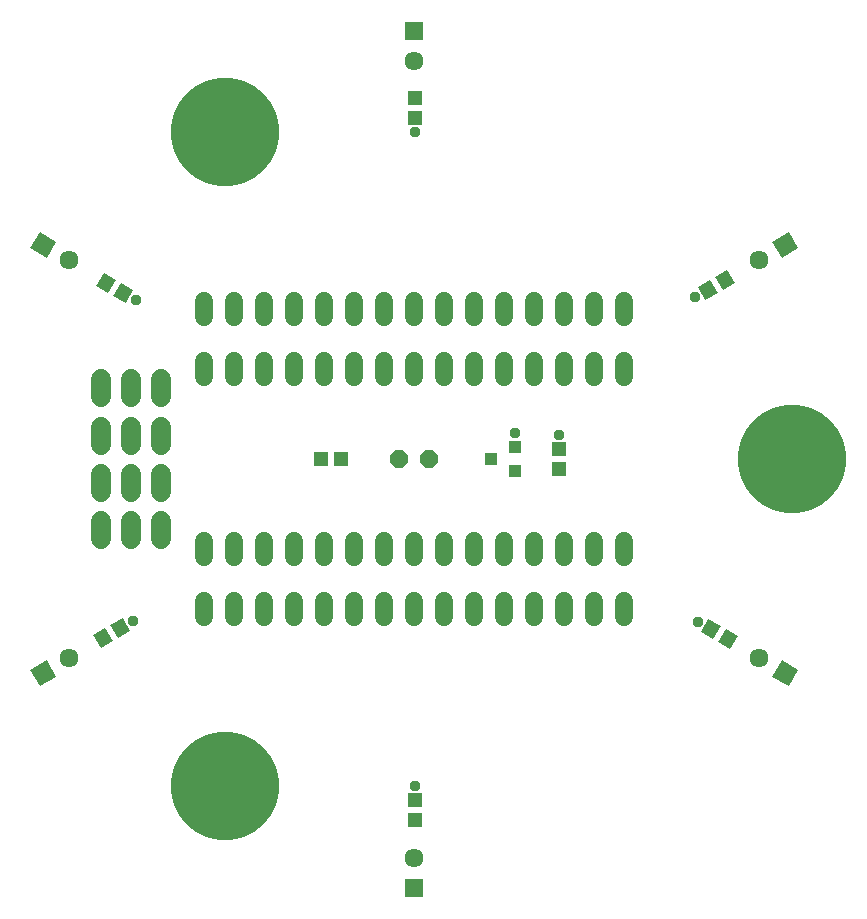
<source format=gbr>
G04 EAGLE Gerber RS-274X export*
G75*
%MOMM*%
%FSLAX34Y34*%
%LPD*%
%INSoldermask Top*%
%IPPOS*%
%AMOC8*
5,1,8,0,0,1.08239X$1,22.5*%
G01*
%ADD10P,1.649562X8X22.500000*%
%ADD11R,1.203200X1.303200*%
%ADD12R,1.303200X1.203200*%
%ADD13C,1.524000*%
%ADD14C,1.727200*%
%ADD15R,1.103200X1.003200*%
%ADD16R,1.611200X1.611200*%
%ADD17C,1.611200*%
%ADD18R,1.611200X1.611200*%
%ADD19C,9.203200*%
%ADD20C,0.959600*%


D10*
X487300Y500000D03*
X512700Y500000D03*
D11*
X437760Y500000D03*
X420760Y500000D03*
D12*
X622300Y508500D03*
X622300Y491500D03*
X500380Y211700D03*
X500380Y194700D03*
D11*
G36*
X242733Y359945D02*
X253153Y365961D01*
X259669Y354675D01*
X249249Y348659D01*
X242733Y359945D01*
G37*
G36*
X228011Y351445D02*
X238431Y357461D01*
X244947Y346175D01*
X234527Y340159D01*
X228011Y351445D01*
G37*
G36*
X251789Y649561D02*
X262209Y643545D01*
X255693Y632259D01*
X245273Y638275D01*
X251789Y649561D01*
G37*
G36*
X237067Y658061D02*
X247487Y652045D01*
X240971Y640759D01*
X230551Y646775D01*
X237067Y658061D01*
G37*
D12*
X500380Y789060D03*
X500380Y806060D03*
D11*
G36*
X756757Y640815D02*
X746337Y634799D01*
X739821Y646085D01*
X750241Y652101D01*
X756757Y640815D01*
G37*
G36*
X771479Y649315D02*
X761059Y643299D01*
X754543Y654585D01*
X764963Y660601D01*
X771479Y649315D01*
G37*
G36*
X752781Y347389D02*
X742361Y353405D01*
X748877Y364691D01*
X759297Y358675D01*
X752781Y347389D01*
G37*
G36*
X767503Y338889D02*
X757083Y344905D01*
X763599Y356191D01*
X774019Y350175D01*
X767503Y338889D01*
G37*
D13*
X677800Y366396D02*
X677800Y379604D01*
X652400Y379604D02*
X652400Y366396D01*
X627000Y366396D02*
X627000Y379604D01*
X601600Y379604D02*
X601600Y366396D01*
X576200Y366396D02*
X576200Y379604D01*
X550800Y379604D02*
X550800Y366396D01*
X525400Y366396D02*
X525400Y379604D01*
X500000Y379604D02*
X500000Y366396D01*
X474600Y366396D02*
X474600Y379604D01*
X449200Y379604D02*
X449200Y366396D01*
X423800Y366396D02*
X423800Y379604D01*
X398400Y379604D02*
X398400Y366396D01*
X373000Y366396D02*
X373000Y379604D01*
X347600Y379604D02*
X347600Y366396D01*
X322200Y366396D02*
X322200Y379604D01*
X322200Y620396D02*
X322200Y633604D01*
X347600Y633604D02*
X347600Y620396D01*
X373000Y620396D02*
X373000Y633604D01*
X398400Y633604D02*
X398400Y620396D01*
X423800Y620396D02*
X423800Y633604D01*
X449200Y633604D02*
X449200Y620396D01*
X474600Y620396D02*
X474600Y633604D01*
X500000Y633604D02*
X500000Y620396D01*
X525400Y620396D02*
X525400Y633604D01*
X550800Y633604D02*
X550800Y620396D01*
X576200Y620396D02*
X576200Y633604D01*
X601600Y633604D02*
X601600Y620396D01*
X627000Y620396D02*
X627000Y633604D01*
X652400Y633604D02*
X652400Y620396D01*
X677800Y620396D02*
X677800Y633604D01*
X322200Y582804D02*
X322200Y569596D01*
X347600Y569596D02*
X347600Y582804D01*
X373000Y582804D02*
X373000Y569596D01*
X398400Y569596D02*
X398400Y582804D01*
X423800Y582804D02*
X423800Y569596D01*
X449200Y569596D02*
X449200Y582804D01*
X474600Y582804D02*
X474600Y569596D01*
X500000Y569596D02*
X500000Y582804D01*
X525400Y582804D02*
X525400Y569596D01*
X550800Y569596D02*
X550800Y582804D01*
X576200Y582804D02*
X576200Y569596D01*
X601600Y569596D02*
X601600Y582804D01*
X627000Y582804D02*
X627000Y569596D01*
X652400Y569596D02*
X652400Y582804D01*
X677800Y582804D02*
X677800Y569596D01*
X677800Y430404D02*
X677800Y417196D01*
X652400Y417196D02*
X652400Y430404D01*
X627000Y430404D02*
X627000Y417196D01*
X601600Y417196D02*
X601600Y430404D01*
X576200Y430404D02*
X576200Y417196D01*
X550800Y417196D02*
X550800Y430404D01*
X525400Y430404D02*
X525400Y417196D01*
X500000Y417196D02*
X500000Y430404D01*
X474600Y430404D02*
X474600Y417196D01*
X449200Y417196D02*
X449200Y430404D01*
X423800Y430404D02*
X423800Y417196D01*
X398400Y417196D02*
X398400Y430404D01*
X373000Y430404D02*
X373000Y417196D01*
X347600Y417196D02*
X347600Y430404D01*
X322200Y430404D02*
X322200Y417196D01*
D14*
X234600Y552380D02*
X234600Y567620D01*
X260000Y567620D02*
X260000Y552380D01*
X285400Y552380D02*
X285400Y567620D01*
X234600Y527620D02*
X234600Y512380D01*
X260000Y512380D02*
X260000Y527620D01*
X285400Y527620D02*
X285400Y512380D01*
X234600Y487620D02*
X234600Y472380D01*
X260000Y472380D02*
X260000Y487620D01*
X285400Y487620D02*
X285400Y472380D01*
X234600Y447620D02*
X234600Y432380D01*
X260000Y432380D02*
X260000Y447620D01*
X285400Y447620D02*
X285400Y432380D01*
D15*
X585310Y510000D03*
X585310Y490000D03*
X565310Y500000D03*
D16*
X500000Y137300D03*
D17*
X500000Y162700D03*
D18*
G36*
X188749Y329654D02*
X196805Y315702D01*
X182853Y307646D01*
X174797Y321598D01*
X188749Y329654D01*
G37*
D17*
X207799Y331350D03*
D18*
G36*
X196805Y684298D02*
X188749Y670346D01*
X174797Y678402D01*
X182853Y692354D01*
X196805Y684298D01*
G37*
D17*
X207799Y668650D03*
D16*
X500000Y862700D03*
D17*
X500000Y837300D03*
D18*
G36*
X811151Y670346D02*
X803095Y684298D01*
X817047Y692354D01*
X825103Y678402D01*
X811151Y670346D01*
G37*
D17*
X792101Y668650D03*
D18*
G36*
X803095Y315702D02*
X811151Y329654D01*
X825103Y321598D01*
X817047Y307646D01*
X803095Y315702D01*
G37*
D17*
X792101Y331350D03*
D19*
X340000Y222900D03*
X820000Y500000D03*
X340000Y777100D03*
D20*
X261620Y363220D03*
X500380Y223520D03*
X740410Y361950D03*
X737870Y637540D03*
X500380Y777240D03*
X264160Y635000D03*
X585470Y521970D03*
X622300Y520700D03*
M02*

</source>
